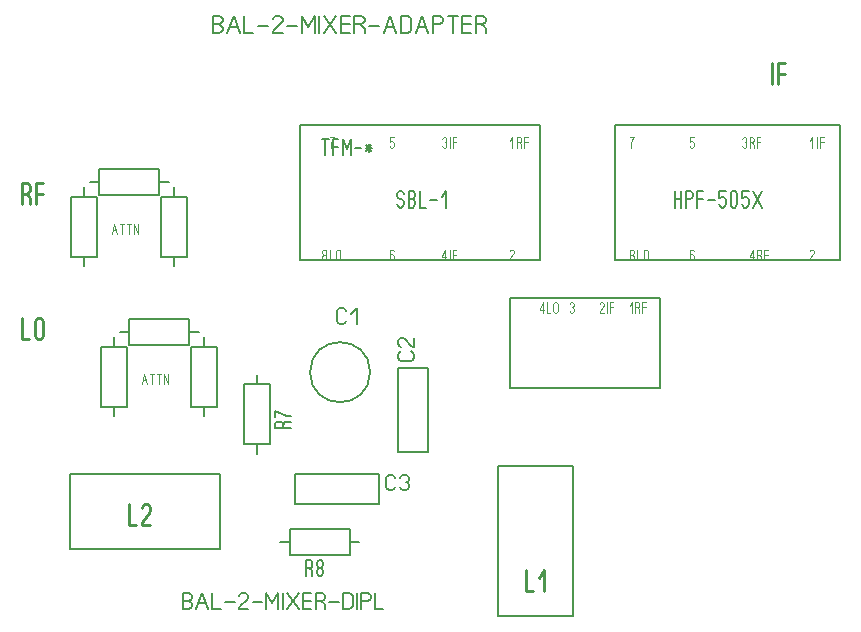
<source format=gbr>
%FSLAX34Y34*%
%MOMM*%
%LNSILK_TOP*%
G71*
G01*
%ADD10C,0.111*%
%ADD11C,0.178*%
%ADD12C,0.150*%
%ADD13C,0.167*%
%ADD14C,0.222*%
%LPD*%
G54D10*
X734200Y449816D02*
X736422Y453149D01*
X736422Y444260D01*
G54D10*
X677050Y451482D02*
X677494Y452593D01*
X678384Y453149D01*
X679272Y453149D01*
X680161Y452593D01*
X680606Y451482D01*
X680606Y450371D01*
X680161Y449260D01*
X679272Y448704D01*
X680161Y448149D01*
X680606Y447038D01*
X680606Y445927D01*
X680161Y444816D01*
X679272Y444260D01*
X678384Y444260D01*
X677494Y444816D01*
X677050Y445927D01*
G54D10*
X636156Y453149D02*
X632600Y453149D01*
X632600Y449260D01*
X633044Y449260D01*
X633934Y449816D01*
X634822Y449816D01*
X635711Y449260D01*
X636156Y448149D01*
X636156Y445927D01*
X635711Y444816D01*
X634822Y444260D01*
X633934Y444260D01*
X633044Y444816D01*
X632600Y445927D01*
G54D10*
X581800Y453149D02*
X585356Y453149D01*
X584911Y452038D01*
X584022Y450371D01*
X583134Y448149D01*
X582689Y446482D01*
X582689Y444260D01*
G54D10*
X737756Y349010D02*
X734200Y349010D01*
X734200Y349566D01*
X734644Y350677D01*
X737311Y354010D01*
X737756Y355121D01*
X737756Y356232D01*
X737311Y357343D01*
X736422Y357899D01*
X735534Y357899D01*
X734644Y357343D01*
X734200Y356232D01*
G54D10*
X686067Y349010D02*
X686067Y357899D01*
X683400Y352343D01*
X683400Y351232D01*
X686956Y351232D01*
G54D10*
X636156Y356232D02*
X635711Y357343D01*
X634822Y357899D01*
X633934Y357899D01*
X633044Y357343D01*
X632600Y356232D01*
X632600Y353454D01*
X632600Y352899D01*
X633934Y354010D01*
X634822Y354010D01*
X635711Y353454D01*
X636156Y352343D01*
X636156Y350677D01*
X635711Y349566D01*
X634822Y349010D01*
X633934Y349010D01*
X633044Y349566D01*
X632600Y350677D01*
X632600Y353454D01*
G54D10*
X584022Y353454D02*
X583134Y353454D01*
X582244Y354010D01*
X581800Y355121D01*
X581800Y356232D01*
X582244Y357343D01*
X583134Y357899D01*
X584022Y357899D01*
X584911Y357343D01*
X585356Y356232D01*
X585356Y355121D01*
X584911Y354010D01*
X584022Y353454D01*
X584911Y352899D01*
X585356Y351788D01*
X585356Y350677D01*
X584911Y349566D01*
X584022Y349010D01*
X583134Y349010D01*
X582244Y349566D01*
X581800Y350677D01*
X581800Y351788D01*
X582244Y352899D01*
X583134Y353454D01*
G54D10*
X480200Y449816D02*
X482422Y453149D01*
X482422Y444260D01*
G54D10*
X423050Y451482D02*
X423495Y452593D01*
X424384Y453149D01*
X425272Y453149D01*
X426161Y452593D01*
X426606Y451482D01*
X426606Y450371D01*
X426161Y449260D01*
X425272Y448704D01*
X426161Y448149D01*
X426606Y447038D01*
X426606Y445927D01*
X426161Y444816D01*
X425272Y444260D01*
X424384Y444260D01*
X423495Y444816D01*
X423050Y445927D01*
G54D10*
X382156Y453149D02*
X378600Y453149D01*
X378600Y449260D01*
X379045Y449260D01*
X379934Y449816D01*
X380822Y449816D01*
X381711Y449260D01*
X382156Y448149D01*
X382156Y445927D01*
X381711Y444816D01*
X380822Y444260D01*
X379934Y444260D01*
X379045Y444816D01*
X378600Y445927D01*
G54D10*
X327800Y453149D02*
X331356Y453149D01*
X330911Y452038D01*
X330022Y450371D01*
X329134Y448149D01*
X328689Y446482D01*
X328689Y444260D01*
G54D10*
X483756Y349010D02*
X480200Y349010D01*
X480200Y349566D01*
X480645Y350677D01*
X483311Y354010D01*
X483756Y355121D01*
X483756Y356232D01*
X483311Y357343D01*
X482422Y357899D01*
X481534Y357899D01*
X480645Y357343D01*
X480200Y356232D01*
G54D10*
X425717Y349010D02*
X425717Y357899D01*
X423050Y352343D01*
X423050Y351232D01*
X426606Y351232D01*
G54D10*
X382156Y356232D02*
X381711Y357343D01*
X380822Y357899D01*
X379934Y357899D01*
X379045Y357343D01*
X378600Y356232D01*
X378600Y353454D01*
X378600Y352899D01*
X379934Y354010D01*
X380822Y354010D01*
X381711Y353454D01*
X382156Y352343D01*
X382156Y350677D01*
X381711Y349566D01*
X380822Y349010D01*
X379934Y349010D01*
X379045Y349566D01*
X378600Y350677D01*
X378600Y353454D01*
G54D10*
X323672Y353454D02*
X322784Y353454D01*
X321894Y354010D01*
X321450Y355121D01*
X321450Y356232D01*
X321894Y357343D01*
X322784Y357899D01*
X323672Y357899D01*
X324561Y357343D01*
X325006Y356232D01*
X325006Y355121D01*
X324561Y354010D01*
X323672Y353454D01*
X324561Y352899D01*
X325006Y351788D01*
X325006Y350677D01*
X324561Y349566D01*
X323672Y349010D01*
X322784Y349010D01*
X321894Y349566D01*
X321450Y350677D01*
X321450Y351788D01*
X321894Y352899D01*
X322784Y353454D01*
G54D11*
X619900Y393460D02*
X619900Y407682D01*
G54D11*
X625589Y393460D02*
X625589Y407682D01*
G54D11*
X619900Y400571D02*
X625589Y400571D01*
G54D11*
X629500Y393460D02*
X629500Y407682D01*
X633056Y407682D01*
X634478Y406793D01*
X635189Y405016D01*
X635189Y403238D01*
X634478Y401460D01*
X633056Y400571D01*
X629500Y400571D01*
G54D11*
X639100Y393460D02*
X639100Y407682D01*
X644078Y407682D01*
G54D11*
X639100Y400571D02*
X644078Y400571D01*
G54D11*
X647989Y399682D02*
X653678Y399682D01*
G54D11*
X663278Y407682D02*
X657589Y407682D01*
X657589Y401460D01*
X658300Y401460D01*
X659722Y402349D01*
X661145Y402349D01*
X662567Y401460D01*
X663278Y399682D01*
X663278Y396127D01*
X662567Y394349D01*
X661145Y393460D01*
X659722Y393460D01*
X658300Y394349D01*
X657589Y396127D01*
G54D11*
X672878Y405016D02*
X672878Y396127D01*
X672167Y394349D01*
X670745Y393460D01*
X669322Y393460D01*
X667900Y394349D01*
X667189Y396127D01*
X667189Y405016D01*
X667900Y406793D01*
X669322Y407682D01*
X670745Y407682D01*
X672167Y406793D01*
X672878Y405016D01*
G54D11*
X682478Y407682D02*
X676789Y407682D01*
X676789Y401460D01*
X677500Y401460D01*
X678922Y402349D01*
X680345Y402349D01*
X681767Y401460D01*
X682478Y399682D01*
X682478Y396127D01*
X681767Y394349D01*
X680345Y393460D01*
X678922Y393460D01*
X677500Y394349D01*
X676789Y396127D01*
G54D11*
X686389Y407682D02*
X693500Y393460D01*
G54D11*
X686389Y393460D02*
X693500Y407682D01*
G54D10*
X740550Y444260D02*
X740550Y453149D01*
G54D10*
X742994Y444260D02*
X742994Y453149D01*
X746105Y453149D01*
G54D10*
X742994Y448704D02*
X746105Y448704D01*
G54D10*
X685178Y448704D02*
X686511Y447593D01*
X686956Y446482D01*
X686956Y444260D01*
G54D10*
X683400Y444260D02*
X683400Y453149D01*
X685622Y453149D01*
X686511Y452593D01*
X686956Y451482D01*
X686956Y450371D01*
X686511Y449260D01*
X685622Y448704D01*
X683400Y448704D01*
G54D10*
X689400Y444260D02*
X689400Y453149D01*
X692511Y453149D01*
G54D10*
X689400Y448704D02*
X692511Y448704D01*
G54D10*
X691528Y353454D02*
X692861Y352343D01*
X693306Y351232D01*
X693306Y349010D01*
G54D10*
X689750Y349010D02*
X689750Y357899D01*
X691972Y357899D01*
X692861Y357343D01*
X693306Y356232D01*
X693306Y355121D01*
X692861Y354010D01*
X691972Y353454D01*
X689750Y353454D01*
G54D10*
X695750Y349010D02*
X695750Y357899D01*
X698861Y357899D01*
G54D10*
X695750Y353454D02*
X698861Y353454D01*
G54D10*
X588150Y357899D02*
X588150Y349010D01*
X591261Y349010D01*
G54D10*
X597261Y356232D02*
X597261Y350677D01*
X596816Y349566D01*
X595927Y349010D01*
X595038Y349010D01*
X594150Y349566D01*
X593705Y350677D01*
X593705Y356232D01*
X594150Y357343D01*
X595038Y357899D01*
X595927Y357899D01*
X596816Y357343D01*
X597261Y356232D01*
G54D11*
X384950Y396127D02*
X385661Y394349D01*
X387084Y393460D01*
X388506Y393460D01*
X389928Y394349D01*
X390639Y396127D01*
X390639Y397904D01*
X389928Y399682D01*
X388506Y400571D01*
X387084Y400571D01*
X385661Y401460D01*
X384950Y403238D01*
X384950Y405016D01*
X385661Y406793D01*
X387084Y407682D01*
X388506Y407682D01*
X389928Y406793D01*
X390639Y405016D01*
G54D11*
X394550Y393460D02*
X394550Y407682D01*
X398106Y407682D01*
X399528Y406793D01*
X400239Y405016D01*
X400239Y403238D01*
X399528Y401460D01*
X398106Y400571D01*
X399528Y399682D01*
X400239Y397904D01*
X400239Y396127D01*
X399528Y394349D01*
X398106Y393460D01*
X394550Y393460D01*
G54D11*
X394550Y400571D02*
X398106Y400571D01*
G54D11*
X404150Y407682D02*
X404150Y393460D01*
X409128Y393460D01*
G54D11*
X413039Y399682D02*
X418728Y399682D01*
G54D11*
X422639Y402349D02*
X426195Y407682D01*
X426195Y393460D01*
G54D10*
X327800Y357899D02*
X327800Y349010D01*
X330911Y349010D01*
G54D10*
X336911Y356232D02*
X336911Y350677D01*
X336466Y349566D01*
X335577Y349010D01*
X334688Y349010D01*
X333800Y349566D01*
X333355Y350677D01*
X333355Y356232D01*
X333800Y357343D01*
X334688Y357899D01*
X335577Y357899D01*
X336466Y357343D01*
X336911Y356232D01*
G54D10*
X488328Y448704D02*
X489661Y447593D01*
X490106Y446482D01*
X490106Y444260D01*
G54D10*
X486550Y444260D02*
X486550Y453149D01*
X488772Y453149D01*
X489661Y452593D01*
X490106Y451482D01*
X490106Y450371D01*
X489661Y449260D01*
X488772Y448704D01*
X486550Y448704D01*
G54D10*
X492550Y444260D02*
X492550Y453149D01*
X495661Y453149D01*
G54D10*
X492550Y448704D02*
X495661Y448704D01*
G54D10*
X429400Y444260D02*
X429400Y453149D01*
G54D10*
X431844Y444260D02*
X431844Y453149D01*
X434955Y453149D01*
G54D10*
X431844Y448704D02*
X434955Y448704D01*
G54D10*
X429400Y349010D02*
X429400Y357899D01*
G54D10*
X431844Y349010D02*
X431844Y357899D01*
X434955Y357899D01*
G54D10*
X431844Y353454D02*
X434955Y353454D01*
G54D10*
X581800Y310116D02*
X584022Y313449D01*
X584022Y304560D01*
G54D10*
X588244Y309004D02*
X589577Y307893D01*
X590022Y306782D01*
X590022Y304560D01*
G54D10*
X586466Y304560D02*
X586466Y313449D01*
X588688Y313449D01*
X589577Y312893D01*
X590022Y311782D01*
X590022Y310671D01*
X589577Y309560D01*
X588688Y309004D01*
X586466Y309004D01*
G54D10*
X592466Y304560D02*
X592466Y313449D01*
X595577Y313449D01*
G54D10*
X592466Y309004D02*
X595577Y309004D01*
G54D10*
X559956Y304560D02*
X556400Y304560D01*
X556400Y305116D01*
X556844Y306227D01*
X559511Y309560D01*
X559956Y310671D01*
X559956Y311782D01*
X559511Y312893D01*
X558622Y313449D01*
X557734Y313449D01*
X556844Y312893D01*
X556400Y311782D01*
G54D10*
X562400Y304560D02*
X562400Y313449D01*
G54D10*
X564844Y304560D02*
X564844Y313449D01*
X567955Y313449D01*
G54D10*
X564844Y309004D02*
X567955Y309004D01*
G54D10*
X531000Y311782D02*
X531444Y312893D01*
X532334Y313449D01*
X533222Y313449D01*
X534111Y312893D01*
X534556Y311782D01*
X534556Y310671D01*
X534111Y309560D01*
X533222Y309004D01*
X534111Y308449D01*
X534556Y307338D01*
X534556Y306227D01*
X534111Y305116D01*
X533222Y304560D01*
X532334Y304560D01*
X531444Y305116D01*
X531000Y306227D01*
G54D10*
X508267Y304560D02*
X508267Y313449D01*
X505600Y307893D01*
X505600Y306782D01*
X509156Y306782D01*
G54D10*
X511600Y313449D02*
X511600Y304560D01*
X514711Y304560D01*
G54D10*
X520711Y311782D02*
X520711Y306227D01*
X520266Y305116D01*
X519377Y304560D01*
X518488Y304560D01*
X517600Y305116D01*
X517155Y306227D01*
X517155Y311782D01*
X517600Y312893D01*
X518488Y313449D01*
X519377Y313449D01*
X520266Y312893D01*
X520711Y311782D01*
G54D12*
X302400Y463310D02*
X505600Y463310D01*
X505600Y349010D01*
X302400Y349010D01*
X302400Y463310D01*
G54D12*
X569100Y463310D02*
X759600Y463310D01*
X759600Y349010D01*
X569100Y349010D01*
X569100Y463310D01*
G54D12*
X480200Y317260D02*
X607200Y317260D01*
X607200Y241060D01*
X480200Y241060D01*
X480200Y317260D01*
G54D13*
X324117Y437910D02*
X324117Y451243D01*
G54D13*
X321450Y451243D02*
X326784Y451243D01*
G54D13*
X330450Y437910D02*
X330450Y451243D01*
X335117Y451243D01*
G54D13*
X330450Y444576D02*
X335117Y444576D01*
G54D13*
X338784Y437910D02*
X338784Y451243D01*
X342118Y442910D01*
X345451Y451243D01*
X345451Y437910D01*
G54D13*
X349118Y443743D02*
X354452Y443743D01*
G54D13*
X358118Y443743D02*
X363452Y443743D01*
G54D13*
X360785Y447076D02*
X360785Y440410D01*
G54D13*
X358785Y446243D02*
X362785Y441243D01*
G54D13*
X358785Y441243D02*
X362785Y446243D01*
G54D11*
X228600Y541300D02*
X228600Y555522D01*
X233934Y555522D01*
X236067Y554633D01*
X237134Y552856D01*
X237134Y551078D01*
X236067Y549300D01*
X233934Y548411D01*
X236067Y547522D01*
X237134Y545744D01*
X237134Y543967D01*
X236067Y542189D01*
X233934Y541300D01*
X228600Y541300D01*
G54D11*
X228600Y548411D02*
X233934Y548411D01*
G54D11*
X241044Y541300D02*
X246378Y555522D01*
X251711Y541300D01*
G54D11*
X243178Y546633D02*
X249578Y546633D01*
G54D11*
X255622Y555522D02*
X255622Y541300D01*
X263089Y541300D01*
G54D11*
X267000Y547522D02*
X275534Y547522D01*
G54D11*
X287978Y541300D02*
X279444Y541300D01*
X279444Y542189D01*
X280511Y543967D01*
X286911Y549300D01*
X287978Y551078D01*
X287978Y552856D01*
X286911Y554633D01*
X284778Y555522D01*
X282644Y555522D01*
X280511Y554633D01*
X279444Y552856D01*
G54D11*
X291888Y547522D02*
X300422Y547522D01*
G54D11*
X304332Y541300D02*
X304332Y555522D01*
X309666Y546633D01*
X314999Y555522D01*
X314999Y541300D01*
G54D11*
X318910Y541300D02*
X318910Y555522D01*
G54D11*
X322821Y555522D02*
X333488Y541300D01*
G54D11*
X322821Y541300D02*
X333488Y555522D01*
G54D11*
X344866Y541300D02*
X337399Y541300D01*
X337399Y555522D01*
X344866Y555522D01*
G54D11*
X337399Y548411D02*
X344866Y548411D01*
G54D11*
X353044Y548411D02*
X356244Y546633D01*
X357310Y544856D01*
X357310Y541300D01*
G54D11*
X348777Y541300D02*
X348777Y555522D01*
X354110Y555522D01*
X356244Y554633D01*
X357310Y552856D01*
X357310Y551078D01*
X356244Y549300D01*
X354110Y548411D01*
X348777Y548411D01*
G54D11*
X361221Y547522D02*
X369754Y547522D01*
G54D11*
X373665Y541300D02*
X378998Y555522D01*
X384332Y541300D01*
G54D11*
X375798Y546633D02*
X382198Y546633D01*
G54D11*
X388243Y541300D02*
X388243Y555522D01*
X393576Y555522D01*
X395710Y554633D01*
X396776Y552856D01*
X396776Y543967D01*
X395710Y542189D01*
X393576Y541300D01*
X388243Y541300D01*
G54D11*
X400687Y541300D02*
X406020Y555522D01*
X411354Y541300D01*
G54D11*
X402820Y546633D02*
X409220Y546633D01*
G54D11*
X415265Y541300D02*
X415265Y555522D01*
X420598Y555522D01*
X422732Y554633D01*
X423798Y552856D01*
X423798Y551078D01*
X422732Y549300D01*
X420598Y548411D01*
X415265Y548411D01*
G54D11*
X431976Y541300D02*
X431976Y555522D01*
G54D11*
X427709Y555522D02*
X436242Y555522D01*
G54D11*
X447620Y541300D02*
X440153Y541300D01*
X440153Y555522D01*
X447620Y555522D01*
G54D11*
X440153Y548411D02*
X447620Y548411D01*
G54D11*
X455798Y548411D02*
X458998Y546633D01*
X460064Y544856D01*
X460064Y541300D01*
G54D11*
X451531Y541300D02*
X451531Y555522D01*
X456864Y555522D01*
X458998Y554633D01*
X460064Y552856D01*
X460064Y551078D01*
X458998Y549300D01*
X456864Y548411D01*
X451531Y548411D01*
G54D12*
G75*
G01X361950Y254050D02*
G03X361950Y254050I-25400J0D01*
G01*
G54D12*
X107950Y168200D02*
X107950Y104700D01*
X234950Y104700D01*
X234950Y168200D01*
X107950Y168200D01*
G54D12*
X469900Y47550D02*
X533400Y47550D01*
X533400Y174550D01*
X469900Y174550D01*
X469900Y47550D01*
G54D12*
X254971Y243820D02*
X277146Y243820D01*
X277146Y193120D01*
X254971Y193120D01*
X254971Y243820D01*
G54D12*
X266059Y244020D02*
X266059Y251920D01*
G54D12*
X266059Y193020D02*
X266059Y185120D01*
G54D13*
X288316Y209546D02*
X289983Y211546D01*
X291650Y212212D01*
X294983Y212212D01*
G54D13*
X294983Y206879D02*
X281650Y206879D01*
X281650Y210212D01*
X282483Y211546D01*
X284150Y212212D01*
X285816Y212212D01*
X287483Y211546D01*
X288316Y210212D01*
X288316Y206879D01*
G54D13*
X281650Y215879D02*
X281650Y221212D01*
X283316Y220546D01*
X285816Y219212D01*
X289150Y217879D01*
X291650Y217212D01*
X294983Y217212D01*
G54D12*
X410964Y257817D02*
X385564Y257817D01*
X385564Y186217D01*
X410964Y186217D01*
X410964Y257817D01*
G54D13*
X396830Y271691D02*
X398497Y270691D01*
X399330Y268691D01*
X399330Y266691D01*
X398497Y264691D01*
X396830Y263691D01*
X388497Y263691D01*
X386830Y264691D01*
X385997Y266691D01*
X385997Y268691D01*
X386830Y270691D01*
X388497Y271691D01*
G54D13*
X399330Y283358D02*
X399330Y275358D01*
X398497Y275358D01*
X396830Y276358D01*
X391830Y282358D01*
X390164Y283358D01*
X388497Y283358D01*
X386830Y282358D01*
X385997Y280358D01*
X385997Y278358D01*
X386830Y276358D01*
X388497Y275358D01*
G54D12*
X369618Y142340D02*
X369618Y167741D01*
X298018Y167740D01*
X298018Y142340D01*
X369618Y142340D01*
G54D13*
X383492Y156474D02*
X382492Y154807D01*
X380492Y153974D01*
X378492Y153974D01*
X376492Y154807D01*
X375492Y156474D01*
X375492Y164807D01*
X376492Y166474D01*
X378492Y167307D01*
X380492Y167307D01*
X382492Y166474D01*
X383492Y164807D01*
G54D13*
X387159Y164807D02*
X388159Y166474D01*
X390159Y167307D01*
X392159Y167307D01*
X394159Y166474D01*
X395159Y164807D01*
X395159Y163141D01*
X394159Y161474D01*
X392159Y160641D01*
X394159Y159807D01*
X395159Y158141D01*
X395159Y156474D01*
X394159Y154807D01*
X392159Y153974D01*
X390159Y153974D01*
X388159Y154807D01*
X387159Y156474D01*
G54D13*
X341823Y297261D02*
X340823Y295594D01*
X338823Y294761D01*
X336823Y294761D01*
X334823Y295594D01*
X333823Y297261D01*
X333823Y305594D01*
X334823Y307261D01*
X336823Y308094D01*
X338823Y308094D01*
X340823Y307261D01*
X341823Y305594D01*
G54D13*
X345490Y303094D02*
X350490Y308094D01*
X350490Y294761D01*
G54D12*
X344820Y121584D02*
X344820Y99410D01*
X294120Y99410D01*
X294120Y121585D01*
X344820Y121584D01*
G54D12*
X345020Y110497D02*
X352920Y110497D01*
G54D12*
X294020Y110497D02*
X286120Y110497D01*
G54D13*
X310545Y88239D02*
X312545Y86573D01*
X313212Y84906D01*
X313212Y81573D01*
G54D13*
X307879Y81573D02*
X307879Y94906D01*
X311212Y94906D01*
X312545Y94073D01*
X313212Y92406D01*
X313212Y90739D01*
X312545Y89073D01*
X311212Y88239D01*
X307879Y88239D01*
G54D13*
X320212Y88239D02*
X318879Y88239D01*
X317545Y89073D01*
X316879Y90739D01*
X316879Y92406D01*
X317545Y94073D01*
X318879Y94906D01*
X320212Y94906D01*
X321545Y94073D01*
X322212Y92406D01*
X322212Y90739D01*
X321545Y89073D01*
X320212Y88239D01*
X321545Y87406D01*
X322212Y85739D01*
X322212Y84073D01*
X321545Y82406D01*
X320212Y81573D01*
X318879Y81573D01*
X317545Y82406D01*
X316879Y84073D01*
X316879Y85739D01*
X317545Y87406D01*
X318879Y88239D01*
G54D14*
X157554Y142652D02*
X157554Y124874D01*
X163776Y124874D01*
G54D14*
X175776Y124874D02*
X168664Y124874D01*
X168664Y125986D01*
X169553Y128208D01*
X174887Y134874D01*
X175776Y137097D01*
X175776Y139319D01*
X174887Y141541D01*
X173109Y142652D01*
X171331Y142652D01*
X169553Y141541D01*
X168664Y139319D01*
G54D14*
X493683Y86322D02*
X493683Y68544D01*
X499905Y68544D01*
G54D14*
X504794Y79655D02*
X509238Y86322D01*
X509238Y68544D01*
G54D12*
X134321Y275570D02*
X156496Y275570D01*
X156496Y224870D01*
X134321Y224870D01*
X134321Y275570D01*
G54D12*
X145409Y275770D02*
X145409Y283670D01*
G54D12*
X145409Y224770D02*
X145409Y216870D01*
G54D12*
X208862Y299438D02*
X208862Y277263D01*
X158162Y277263D01*
X158162Y299438D01*
X208862Y299438D01*
G54D12*
X209062Y288351D02*
X216962Y288351D01*
G54D12*
X158062Y288351D02*
X150162Y288351D01*
G54D12*
X210512Y275496D02*
X232687Y275496D01*
X232687Y224796D01*
X210512Y224796D01*
X210512Y275496D01*
G54D12*
X221599Y275696D02*
X221599Y283596D01*
G54D12*
X221599Y224696D02*
X221599Y216796D01*
G54D12*
X108921Y402570D02*
X131096Y402570D01*
X131096Y351870D01*
X108921Y351870D01*
X108921Y402570D01*
G54D12*
X120009Y402770D02*
X120009Y410670D01*
G54D12*
X120009Y351770D02*
X120009Y343870D01*
G54D12*
X183462Y426438D02*
X183462Y404263D01*
X132762Y404263D01*
X132762Y426438D01*
X183462Y426438D01*
G54D12*
X183662Y415351D02*
X191562Y415351D01*
G54D12*
X132662Y415351D02*
X124762Y415351D01*
G54D12*
X185112Y402496D02*
X207287Y402496D01*
X207287Y351796D01*
X185112Y351796D01*
X185112Y402496D01*
G54D12*
X196199Y402696D02*
X196199Y410596D01*
G54D12*
X196199Y351696D02*
X196200Y343796D01*
G54D14*
X67123Y299839D02*
X67123Y282061D01*
X73345Y282061D01*
G54D14*
X85345Y296505D02*
X85345Y285394D01*
X84456Y283172D01*
X82678Y282061D01*
X80901Y282061D01*
X79123Y283172D01*
X78234Y285394D01*
X78234Y296505D01*
X79123Y298728D01*
X80901Y299839D01*
X82678Y299839D01*
X84456Y298728D01*
X85345Y296505D01*
G54D14*
X70678Y405250D02*
X73345Y403028D01*
X74234Y400805D01*
X74234Y396361D01*
G54D14*
X67123Y396361D02*
X67123Y414139D01*
X71568Y414139D01*
X73345Y413028D01*
X74234Y410805D01*
X74234Y408583D01*
X73345Y406361D01*
X71568Y405250D01*
X67123Y405250D01*
G54D14*
X79123Y396361D02*
X79123Y414139D01*
X85345Y414139D01*
G54D14*
X79123Y405250D02*
X85345Y405250D01*
G54D14*
X702123Y497961D02*
X702123Y515739D01*
G54D14*
X707012Y497961D02*
X707012Y515739D01*
X713234Y515739D01*
G54D14*
X707012Y506850D02*
X713234Y506850D01*
G54D10*
X168723Y243961D02*
X170945Y252850D01*
X173167Y243961D01*
G54D10*
X169612Y247294D02*
X172279Y247294D01*
G54D10*
X177389Y243961D02*
X177389Y252850D01*
G54D10*
X175611Y252850D02*
X179167Y252850D01*
G54D10*
X183389Y243961D02*
X183389Y252850D01*
G54D10*
X181611Y252850D02*
X185167Y252850D01*
G54D10*
X187611Y243961D02*
X187611Y252850D01*
X191167Y243961D01*
X191167Y252850D01*
G54D10*
X143323Y370961D02*
X145545Y379850D01*
X147768Y370961D01*
G54D10*
X144212Y374294D02*
X146878Y374294D01*
G54D10*
X151989Y370961D02*
X151989Y379850D01*
G54D10*
X150211Y379850D02*
X153766Y379850D01*
G54D10*
X157989Y370961D02*
X157989Y379850D01*
G54D10*
X156211Y379850D02*
X159766Y379850D01*
G54D10*
X162211Y370961D02*
X162211Y379850D01*
X165766Y370961D01*
X165766Y379850D01*
G54D13*
X203200Y53900D02*
X203200Y67233D01*
X208200Y67233D01*
X210200Y66400D01*
X211200Y64733D01*
X211200Y63067D01*
X210200Y61400D01*
X208200Y60567D01*
X210200Y59733D01*
X211200Y58067D01*
X211200Y56400D01*
X210200Y54733D01*
X208200Y53900D01*
X203200Y53900D01*
G54D13*
X203200Y60567D02*
X208200Y60567D01*
G54D13*
X214867Y53900D02*
X219867Y67233D01*
X224867Y53900D01*
G54D13*
X216867Y58900D02*
X222867Y58900D01*
G54D13*
X228534Y67233D02*
X228534Y53900D01*
X235534Y53900D01*
G54D13*
X239201Y59733D02*
X247201Y59733D01*
G54D13*
X258868Y53900D02*
X250868Y53900D01*
X250868Y54733D01*
X251868Y56400D01*
X257868Y61400D01*
X258868Y63067D01*
X258868Y64733D01*
X257868Y66400D01*
X255868Y67233D01*
X253868Y67233D01*
X251868Y66400D01*
X250868Y64733D01*
G54D13*
X262535Y59733D02*
X270535Y59733D01*
G54D13*
X274202Y53900D02*
X274202Y67233D01*
X279202Y58900D01*
X284202Y67233D01*
X284202Y53900D01*
G54D13*
X287869Y53900D02*
X287869Y67233D01*
G54D13*
X291536Y67233D02*
X301536Y53900D01*
G54D13*
X291536Y53900D02*
X301536Y67233D01*
G54D13*
X312203Y53900D02*
X305203Y53900D01*
X305203Y67233D01*
X312203Y67233D01*
G54D13*
X305203Y60567D02*
X312203Y60567D01*
G54D13*
X319870Y60567D02*
X322870Y58900D01*
X323870Y57233D01*
X323870Y53900D01*
G54D13*
X315870Y53900D02*
X315870Y67233D01*
X320870Y67233D01*
X322870Y66400D01*
X323870Y64733D01*
X323870Y63067D01*
X322870Y61400D01*
X320870Y60567D01*
X315870Y60567D01*
G54D13*
X327537Y59733D02*
X335537Y59733D01*
G54D13*
X339204Y53900D02*
X339204Y67233D01*
X344204Y67233D01*
X346204Y66400D01*
X347204Y64733D01*
X347204Y56400D01*
X346204Y54733D01*
X344204Y53900D01*
X339204Y53900D01*
G54D13*
X350871Y53900D02*
X350871Y67233D01*
G54D13*
X354538Y53900D02*
X354538Y67233D01*
X359538Y67233D01*
X361538Y66400D01*
X362538Y64733D01*
X362538Y63067D01*
X361538Y61400D01*
X359538Y60567D01*
X354538Y60567D01*
G54D13*
X366205Y67233D02*
X366205Y53900D01*
X373205Y53900D01*
M02*

</source>
